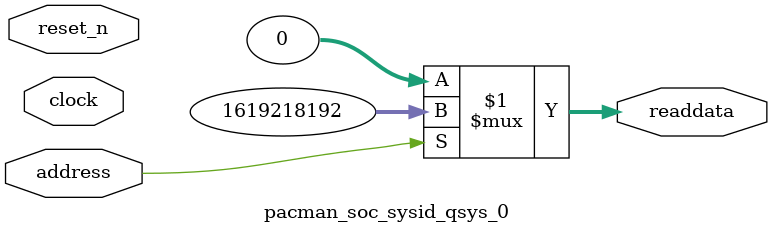
<source format=v>



// synthesis translate_off
`timescale 1ns / 1ps
// synthesis translate_on

// turn off superfluous verilog processor warnings 
// altera message_level Level1 
// altera message_off 10034 10035 10036 10037 10230 10240 10030 

module pacman_soc_sysid_qsys_0 (
               // inputs:
                address,
                clock,
                reset_n,

               // outputs:
                readdata
             )
;

  output  [ 31: 0] readdata;
  input            address;
  input            clock;
  input            reset_n;

  wire    [ 31: 0] readdata;
  //control_slave, which is an e_avalon_slave
  assign readdata = address ? 1619218192 : 0;

endmodule



</source>
